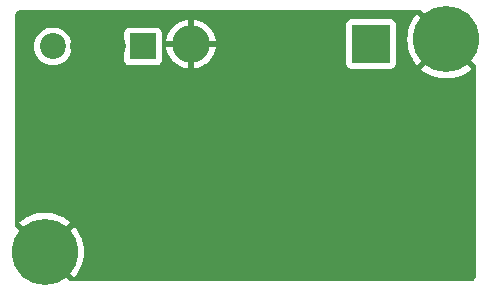
<source format=gbr>
%TF.GenerationSoftware,KiCad,Pcbnew,7.0.2*%
%TF.CreationDate,2023-05-06T19:40:55+10:00*%
%TF.ProjectId,Regulator,52656775-6c61-4746-9f72-2e6b69636164,rev?*%
%TF.SameCoordinates,Original*%
%TF.FileFunction,Copper,L2,Bot*%
%TF.FilePolarity,Positive*%
%FSLAX46Y46*%
G04 Gerber Fmt 4.6, Leading zero omitted, Abs format (unit mm)*
G04 Created by KiCad (PCBNEW 7.0.2) date 2023-05-06 19:40:55*
%MOMM*%
%LPD*%
G01*
G04 APERTURE LIST*
%TA.AperFunction,ComponentPad*%
%ADD10C,5.600000*%
%TD*%
%TA.AperFunction,ComponentPad*%
%ADD11C,2.200000*%
%TD*%
%TA.AperFunction,ComponentPad*%
%ADD12R,2.200000X2.200000*%
%TD*%
%TA.AperFunction,ComponentPad*%
%ADD13O,3.200000X3.200000*%
%TD*%
%TA.AperFunction,ComponentPad*%
%ADD14R,3.200000X3.200000*%
%TD*%
%TA.AperFunction,ViaPad*%
%ADD15C,0.600000*%
%TD*%
G04 APERTURE END LIST*
D10*
%TO.P,H3,1,1*%
%TO.N,GND*%
X150000000Y-73000000D03*
%TD*%
%TO.P,H1,1,1*%
%TO.N,GND*%
X116000000Y-91000000D03*
%TD*%
D11*
%TO.P,J2,4,Pin_4*%
%TO.N,+5V*%
X116695000Y-73600000D03*
%TO.P,J2,3,Pin_3*%
%TO.N,GND*%
X119235000Y-73600000D03*
%TO.P,J2,2,Pin_2*%
X121775000Y-73600000D03*
D12*
%TO.P,J2,1,Pin_1*%
%TO.N,VCC*%
X124315000Y-73600000D03*
%TD*%
D13*
%TO.P,D1,2,A*%
%TO.N,GND*%
X128380000Y-73400000D03*
D14*
%TO.P,D1,1,K*%
%TO.N,Net-(D1-K)*%
X143620000Y-73400000D03*
%TD*%
D15*
%TO.N,GND*%
X125300000Y-88100000D03*
X152000000Y-88400000D03*
X141625000Y-83800000D03*
X133300000Y-80700000D03*
X126600000Y-81900000D03*
%TD*%
%TA.AperFunction,Conductor*%
%TO.N,GND*%
G36*
X147869730Y-70520185D02*
G01*
X147890372Y-70536819D01*
X149055819Y-71702266D01*
X148865130Y-71865130D01*
X148702266Y-72055818D01*
X147496442Y-70849994D01*
X147496441Y-70849995D01*
X147371207Y-70997433D01*
X147367147Y-71002774D01*
X147170102Y-71293393D01*
X147166649Y-71299131D01*
X147002169Y-71609373D01*
X146999360Y-71615447D01*
X146869396Y-71941631D01*
X146867251Y-71947998D01*
X146773317Y-72286315D01*
X146771874Y-72292869D01*
X146715069Y-72639369D01*
X146714343Y-72646041D01*
X146695335Y-72996643D01*
X146695335Y-73003356D01*
X146714343Y-73353958D01*
X146715069Y-73360630D01*
X146771874Y-73707130D01*
X146773317Y-73713684D01*
X146867251Y-74052001D01*
X146869396Y-74058368D01*
X146999360Y-74384552D01*
X147002169Y-74390626D01*
X147166649Y-74700868D01*
X147170102Y-74706606D01*
X147367147Y-74997225D01*
X147371207Y-75002566D01*
X147496441Y-75150003D01*
X147496442Y-75150004D01*
X148702266Y-73944180D01*
X148865130Y-74134870D01*
X149055818Y-74297732D01*
X147847255Y-75506295D01*
X147858047Y-75516518D01*
X147863157Y-75520858D01*
X148142694Y-75733357D01*
X148148240Y-75737117D01*
X148449099Y-75918137D01*
X148455038Y-75921285D01*
X148773695Y-76068712D01*
X148779937Y-76071199D01*
X149112684Y-76183315D01*
X149119129Y-76185104D01*
X149462053Y-76260588D01*
X149468677Y-76261674D01*
X149817740Y-76299636D01*
X149824437Y-76300000D01*
X150175563Y-76300000D01*
X150182259Y-76299636D01*
X150531322Y-76261674D01*
X150537946Y-76260588D01*
X150880870Y-76185104D01*
X150887315Y-76183315D01*
X151220062Y-76071199D01*
X151226304Y-76068712D01*
X151544961Y-75921285D01*
X151550900Y-75918137D01*
X151851759Y-75737117D01*
X151857305Y-75733357D01*
X152136846Y-75520856D01*
X152141950Y-75516519D01*
X152152742Y-75506296D01*
X152152743Y-75506295D01*
X150944180Y-74297733D01*
X151134870Y-74134870D01*
X151297733Y-73944180D01*
X152463181Y-75109628D01*
X152496666Y-75170951D01*
X152499500Y-75197309D01*
X152499500Y-92993038D01*
X152498720Y-93006923D01*
X152488540Y-93097264D01*
X152482362Y-93124333D01*
X152454648Y-93203537D01*
X152442600Y-93228555D01*
X152397957Y-93299604D01*
X152380644Y-93321313D01*
X152321313Y-93380644D01*
X152299604Y-93397957D01*
X152228555Y-93442600D01*
X152203537Y-93454648D01*
X152124333Y-93482362D01*
X152097264Y-93488540D01*
X152017075Y-93497576D01*
X152006921Y-93498720D01*
X151993038Y-93499500D01*
X118197309Y-93499500D01*
X118130270Y-93479815D01*
X118109628Y-93463181D01*
X116944180Y-92297733D01*
X117134870Y-92134870D01*
X117297733Y-91944180D01*
X118503556Y-93150003D01*
X118503557Y-93150003D01*
X118628792Y-93002566D01*
X118632852Y-92997225D01*
X118829897Y-92706606D01*
X118833350Y-92700868D01*
X118997830Y-92390626D01*
X119000639Y-92384552D01*
X119130603Y-92058368D01*
X119132748Y-92052001D01*
X119226682Y-91713684D01*
X119228125Y-91707130D01*
X119284930Y-91360630D01*
X119285656Y-91353958D01*
X119304664Y-91003356D01*
X119304664Y-90996643D01*
X119285656Y-90646041D01*
X119284930Y-90639369D01*
X119228125Y-90292869D01*
X119226682Y-90286315D01*
X119132748Y-89947998D01*
X119130603Y-89941631D01*
X119000639Y-89615447D01*
X118997830Y-89609373D01*
X118833350Y-89299131D01*
X118829897Y-89293393D01*
X118632852Y-89002774D01*
X118628792Y-88997433D01*
X118503557Y-88849995D01*
X118503556Y-88849994D01*
X117297732Y-90055818D01*
X117134870Y-89865130D01*
X116944180Y-89702266D01*
X118152743Y-88493703D01*
X118141942Y-88483473D01*
X118136842Y-88479141D01*
X117857305Y-88266642D01*
X117851759Y-88262882D01*
X117550900Y-88081862D01*
X117544961Y-88078714D01*
X117226304Y-87931287D01*
X117220062Y-87928800D01*
X116887315Y-87816684D01*
X116880870Y-87814895D01*
X116537946Y-87739411D01*
X116531322Y-87738325D01*
X116182259Y-87700363D01*
X116175563Y-87700000D01*
X115824437Y-87700000D01*
X115817740Y-87700363D01*
X115468677Y-87738325D01*
X115462053Y-87739411D01*
X115119129Y-87814895D01*
X115112684Y-87816684D01*
X114779937Y-87928800D01*
X114773695Y-87931287D01*
X114455038Y-88078714D01*
X114449099Y-88081862D01*
X114148240Y-88262882D01*
X114142694Y-88266642D01*
X113863149Y-88479146D01*
X113858054Y-88483474D01*
X113847256Y-88493702D01*
X113847255Y-88493703D01*
X115055819Y-89702266D01*
X114865130Y-89865130D01*
X114702266Y-90055819D01*
X113536819Y-88890371D01*
X113503334Y-88829048D01*
X113500500Y-88802690D01*
X113500500Y-73600000D01*
X115089551Y-73600000D01*
X115109317Y-73851149D01*
X115168126Y-74096110D01*
X115180232Y-74125336D01*
X115264534Y-74328859D01*
X115396164Y-74543659D01*
X115559776Y-74735224D01*
X115751341Y-74898836D01*
X115966141Y-75030466D01*
X116198889Y-75126873D01*
X116443852Y-75185683D01*
X116695000Y-75205449D01*
X116946148Y-75185683D01*
X117191111Y-75126873D01*
X117423859Y-75030466D01*
X117638659Y-74898836D01*
X117819272Y-74744578D01*
X122714500Y-74744578D01*
X122714501Y-74747872D01*
X122720909Y-74807483D01*
X122771204Y-74942331D01*
X122857454Y-75057546D01*
X122972669Y-75143796D01*
X123107517Y-75194091D01*
X123167127Y-75200500D01*
X125462872Y-75200499D01*
X125522483Y-75194091D01*
X125657331Y-75143796D01*
X125772546Y-75057546D01*
X125858796Y-74942331D01*
X125909091Y-74807483D01*
X125915500Y-74747873D01*
X125915500Y-73650000D01*
X126292193Y-73650000D01*
X126294409Y-73682399D01*
X126295559Y-73690761D01*
X126352285Y-73963740D01*
X126354570Y-73971897D01*
X126447935Y-74234600D01*
X126451305Y-74242359D01*
X126579577Y-74489913D01*
X126583973Y-74497141D01*
X126744752Y-74724913D01*
X126750095Y-74731481D01*
X126940398Y-74935246D01*
X126946573Y-74941014D01*
X127162850Y-75116967D01*
X127169768Y-75121851D01*
X127407987Y-75266715D01*
X127415489Y-75270602D01*
X127671228Y-75381686D01*
X127679181Y-75384512D01*
X127947669Y-75459739D01*
X127955938Y-75461457D01*
X128129999Y-75485380D01*
X128130000Y-75485380D01*
X128129999Y-74160083D01*
X128200857Y-74184877D01*
X128335074Y-74200000D01*
X128424926Y-74200000D01*
X128559143Y-74184877D01*
X128630000Y-74160083D01*
X128630000Y-75485380D01*
X128804061Y-75461457D01*
X128812330Y-75459739D01*
X129080818Y-75384512D01*
X129088771Y-75381686D01*
X129344510Y-75270602D01*
X129352012Y-75266715D01*
X129590231Y-75121851D01*
X129597149Y-75116967D01*
X129686128Y-75044578D01*
X141519500Y-75044578D01*
X141519501Y-75047872D01*
X141525909Y-75107483D01*
X141576204Y-75242331D01*
X141662454Y-75357546D01*
X141777669Y-75443796D01*
X141912517Y-75494091D01*
X141972127Y-75500500D01*
X145267872Y-75500499D01*
X145327483Y-75494091D01*
X145462331Y-75443796D01*
X145577546Y-75357546D01*
X145663796Y-75242331D01*
X145714091Y-75107483D01*
X145720500Y-75047873D01*
X145720499Y-71752128D01*
X145714091Y-71692517D01*
X145663796Y-71557669D01*
X145577546Y-71442454D01*
X145462331Y-71356204D01*
X145327483Y-71305909D01*
X145267873Y-71299500D01*
X145264550Y-71299500D01*
X141975439Y-71299500D01*
X141975420Y-71299500D01*
X141972128Y-71299501D01*
X141968848Y-71299853D01*
X141968840Y-71299854D01*
X141912515Y-71305909D01*
X141777669Y-71356204D01*
X141662454Y-71442454D01*
X141576204Y-71557668D01*
X141525910Y-71692515D01*
X141525909Y-71692517D01*
X141519500Y-71752127D01*
X141519500Y-71755448D01*
X141519500Y-71755449D01*
X141519500Y-75044560D01*
X141519500Y-75044578D01*
X129686128Y-75044578D01*
X129813426Y-74941014D01*
X129819601Y-74935246D01*
X130009904Y-74731481D01*
X130015247Y-74724913D01*
X130176026Y-74497141D01*
X130180422Y-74489913D01*
X130308694Y-74242359D01*
X130312064Y-74234600D01*
X130405429Y-73971897D01*
X130407714Y-73963740D01*
X130464440Y-73690761D01*
X130465590Y-73682399D01*
X130467807Y-73650000D01*
X129140083Y-73650000D01*
X129164877Y-73579143D01*
X129185062Y-73400000D01*
X129164877Y-73220857D01*
X129140083Y-73150000D01*
X130467807Y-73150000D01*
X130467806Y-73149999D01*
X130465590Y-73117600D01*
X130464440Y-73109238D01*
X130407714Y-72836259D01*
X130405429Y-72828102D01*
X130312064Y-72565399D01*
X130308694Y-72557640D01*
X130180422Y-72310086D01*
X130176026Y-72302858D01*
X130015247Y-72075086D01*
X130009904Y-72068518D01*
X129819601Y-71864753D01*
X129813426Y-71858985D01*
X129597149Y-71683032D01*
X129590231Y-71678148D01*
X129352012Y-71533284D01*
X129344510Y-71529397D01*
X129088771Y-71418313D01*
X129080818Y-71415487D01*
X128812335Y-71340261D01*
X128804057Y-71338541D01*
X128630000Y-71314618D01*
X128629999Y-72639916D01*
X128559143Y-72615123D01*
X128424926Y-72600000D01*
X128335074Y-72600000D01*
X128200857Y-72615123D01*
X128129999Y-72639916D01*
X128130000Y-71314618D01*
X127955942Y-71338541D01*
X127947664Y-71340261D01*
X127679181Y-71415487D01*
X127671228Y-71418313D01*
X127415489Y-71529397D01*
X127407987Y-71533284D01*
X127169768Y-71678148D01*
X127162850Y-71683032D01*
X126946573Y-71858985D01*
X126940398Y-71864753D01*
X126750095Y-72068518D01*
X126744752Y-72075086D01*
X126583973Y-72302858D01*
X126579577Y-72310086D01*
X126451305Y-72557640D01*
X126447935Y-72565399D01*
X126354570Y-72828102D01*
X126352285Y-72836259D01*
X126295559Y-73109238D01*
X126294409Y-73117600D01*
X126292193Y-73149999D01*
X126292193Y-73150000D01*
X127619917Y-73150000D01*
X127595123Y-73220857D01*
X127574938Y-73400000D01*
X127595123Y-73579143D01*
X127619917Y-73650000D01*
X126292193Y-73650000D01*
X125915500Y-73650000D01*
X125915499Y-72452128D01*
X125909091Y-72392517D01*
X125858796Y-72257669D01*
X125772546Y-72142454D01*
X125657331Y-72056204D01*
X125522483Y-72005909D01*
X125462873Y-71999500D01*
X125459550Y-71999500D01*
X123170439Y-71999500D01*
X123170420Y-71999500D01*
X123167128Y-71999501D01*
X123163848Y-71999853D01*
X123163840Y-71999854D01*
X123107515Y-72005909D01*
X122972669Y-72056204D01*
X122857454Y-72142454D01*
X122771204Y-72257668D01*
X122720910Y-72392515D01*
X122720909Y-72392517D01*
X122714500Y-72452127D01*
X122714500Y-72455448D01*
X122714500Y-72455449D01*
X122714500Y-74744560D01*
X122714500Y-74744578D01*
X117819272Y-74744578D01*
X117830224Y-74735224D01*
X117993836Y-74543659D01*
X118125466Y-74328859D01*
X118221873Y-74096111D01*
X118280683Y-73851148D01*
X118300449Y-73600000D01*
X118280683Y-73348852D01*
X118221873Y-73103889D01*
X118125466Y-72871141D01*
X117993836Y-72656341D01*
X117830224Y-72464776D01*
X117638659Y-72301164D01*
X117423859Y-72169534D01*
X117288979Y-72113665D01*
X117191110Y-72073126D01*
X116946149Y-72014317D01*
X116757882Y-71999500D01*
X116695000Y-71994551D01*
X116694999Y-71994551D01*
X116443850Y-72014317D01*
X116198889Y-72073126D01*
X115966139Y-72169535D01*
X115751342Y-72301163D01*
X115559776Y-72464776D01*
X115396163Y-72656342D01*
X115264535Y-72871139D01*
X115168126Y-73103889D01*
X115109317Y-73348850D01*
X115089551Y-73600000D01*
X113500500Y-73600000D01*
X113500500Y-71006961D01*
X113501280Y-70993077D01*
X113506928Y-70942952D01*
X113511459Y-70902731D01*
X113517635Y-70875670D01*
X113545353Y-70796456D01*
X113557396Y-70771450D01*
X113602046Y-70700389D01*
X113619351Y-70678690D01*
X113678690Y-70619351D01*
X113700389Y-70602046D01*
X113771450Y-70557396D01*
X113796456Y-70545353D01*
X113875670Y-70517635D01*
X113902733Y-70511459D01*
X113965419Y-70504396D01*
X113993079Y-70501280D01*
X114006962Y-70500500D01*
X114065892Y-70500500D01*
X147802691Y-70500500D01*
X147869730Y-70520185D01*
G37*
%TD.AperFunction*%
%TD*%
M02*

</source>
